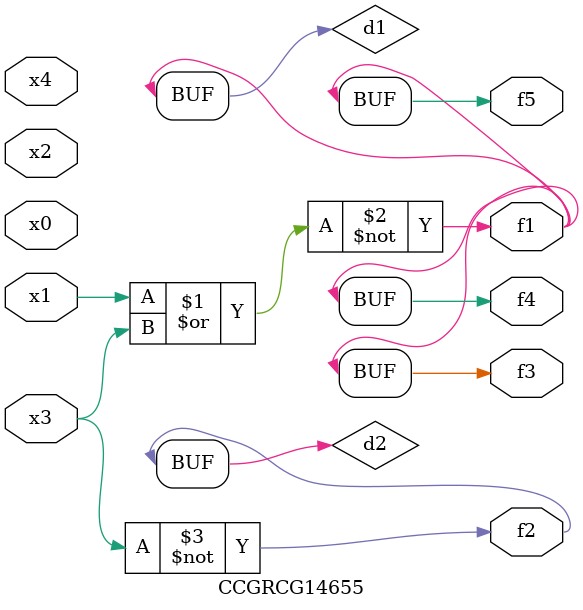
<source format=v>
module CCGRCG14655(
	input x0, x1, x2, x3, x4,
	output f1, f2, f3, f4, f5
);

	wire d1, d2;

	nor (d1, x1, x3);
	not (d2, x3);
	assign f1 = d1;
	assign f2 = d2;
	assign f3 = d1;
	assign f4 = d1;
	assign f5 = d1;
endmodule

</source>
